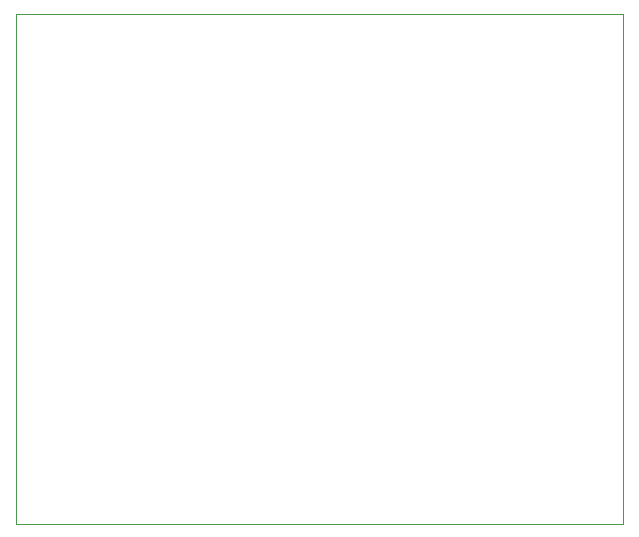
<source format=gbr>
%TF.GenerationSoftware,KiCad,Pcbnew,6.0.0*%
%TF.CreationDate,2022-01-08T16:14:39+01:00*%
%TF.ProjectId,line-tracking-sensor,6c696e65-2d74-4726-9163-6b696e672d73,0.1.0*%
%TF.SameCoordinates,Original*%
%TF.FileFunction,Legend,Bot*%
%TF.FilePolarity,Positive*%
%FSLAX46Y46*%
G04 Gerber Fmt 4.6, Leading zero omitted, Abs format (unit mm)*
G04 Created by KiCad (PCBNEW 6.0.0) date 2022-01-08 16:14:39*
%MOMM*%
%LPD*%
G01*
G04 APERTURE LIST*
%TA.AperFunction,Profile*%
%ADD10C,0.100000*%
%TD*%
G04 APERTURE END LIST*
D10*
X48577500Y-69850000D02*
X100012500Y-69850000D01*
X100012500Y-69850000D02*
X100012500Y-113030000D01*
X100012500Y-113030000D02*
X48577500Y-113030000D01*
X48577500Y-113030000D02*
X48577500Y-69850000D01*
M02*

</source>
